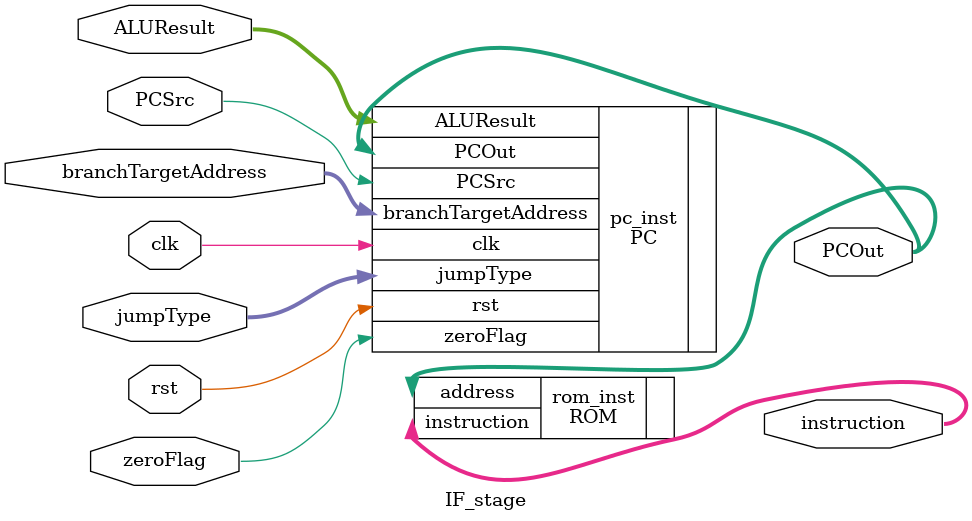
<source format=v>
`timescale 1ns / 1ps

module IF_stage (
    input clk,
    input rst,

    input [31:0] branchTargetAddress,
    input PCSrc,
    input [1:0] jumpType,  // 01: jalr, 10: jal
    input zeroFlag,
    input [31:0] ALUResult,

    output [31:0] PCOut,
    output [31:0] instruction
);

  PC pc_inst (
      .clk(clk),
      .rst(rst),
      .PCSrc(PCSrc),
      .branchTargetAddress(branchTargetAddress),
      .jumpType(jumpType),
      .zeroFlag(zeroFlag),
      .ALUResult(ALUResult),
      .PCOut(PCOut)
  );

  ROM rom_inst (
      .address(PCOut),
      .instruction(instruction)
  );

endmodule

</source>
